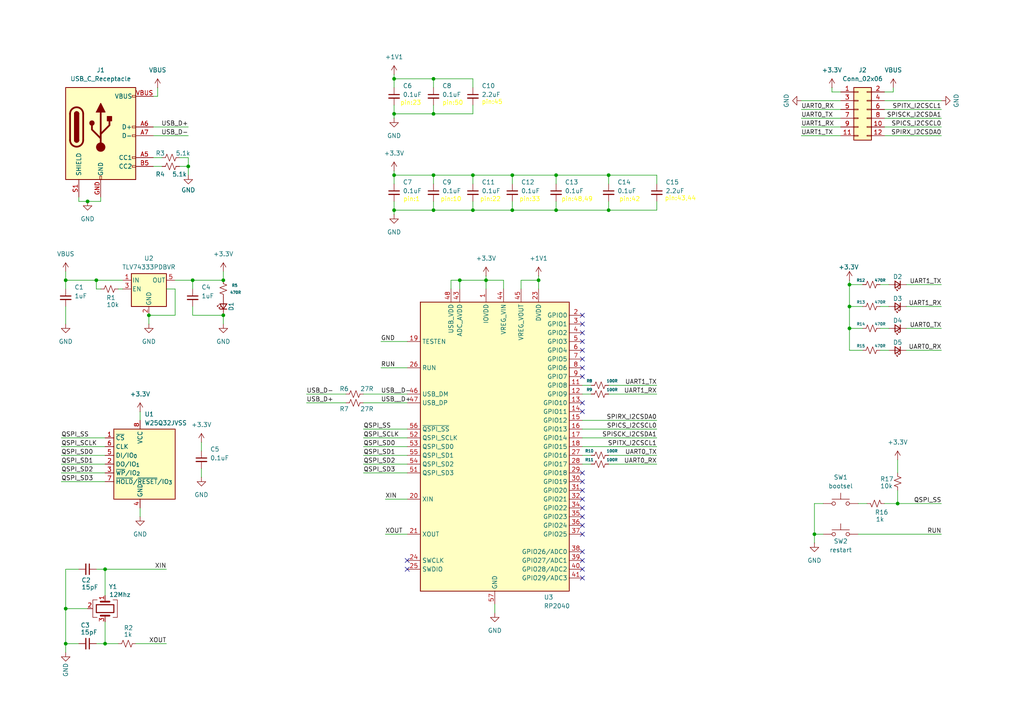
<source format=kicad_sch>
(kicad_sch (version 20250114) (generator "eeschema") (generator_version "9.0")
  (paper "A4")
  (text "pin:42" (at 182.626 57.912 0) (effects (font (size 1.27 1.27))))
  (text "pin:1" (at 119.38 57.912 0) (effects (font (size 1.27 1.27))))
  (text "pin:23" (at 119.126 29.972 0) (effects (font (size 1.27 1.27))))
  (text "pin:45" (at 142.748 29.718 0) (effects (font (size 1.27 1.27))))
  (text "pin:50" (at 131.318 29.972 0) (effects (font (size 1.27 1.27))))
  (text "pin:22" (at 142.24 57.912 0) (effects (font (size 1.27 1.27))))
  (text "pin:48,49" (at 167.386 57.912 0) (effects (font (size 1.27 1.27))))
  (text "pin:33" (at 153.67 57.912 0) (effects (font (size 1.27 1.27))))
  (text "pin:43,44" (at 197.358 57.658 0) (effects (font (size 1.27 1.27))))
  (text "pin:10" (at 130.81 57.912 0) (effects (font (size 1.27 1.27))))
  (junction (at 133.35 81.28))
  (junction (at 246.38 88.9))
  (junction (at 114.3 60.96))
  (junction (at 236.22 154.94))
  (junction (at 148.59 50.8))
  (junction (at 25.4 58.42))
  (junction (at 161.29 50.8))
  (junction (at 156.21 81.28))
  (junction (at 176.53 50.8))
  (junction (at 125.73 50.8))
  (junction (at 30.48 165.1))
  (junction (at 176.53 60.96))
  (junction (at 260.35 146.05))
  (junction (at 19.05 176.53))
  (junction (at 125.73 33.02))
  (junction (at 30.48 186.69))
  (junction (at 64.77 91.44))
  (junction (at 148.59 60.96))
  (junction (at 246.38 95.25))
  (junction (at 54.61 48.26))
  (junction (at 43.18 91.44))
  (junction (at 140.97 81.28))
  (junction (at 137.16 50.8))
  (junction (at 114.3 50.8))
  (junction (at 114.3 22.86))
  (junction (at 161.29 60.96))
  (junction (at 19.05 186.69))
  (junction (at 55.88 81.28))
  (junction (at 125.73 60.96))
  (junction (at 114.3 33.02))
  (junction (at 19.05 81.28))
  (junction (at 125.73 22.86))
  (junction (at 64.77 81.28))
  (junction (at 246.38 82.55))
  (junction (at 27.94 81.28))
  (junction (at 137.16 60.96))
  (no_connect (at 168.91 152.4))
  (no_connect (at 168.91 142.24))
  (no_connect (at 168.91 99.06))
  (no_connect (at 168.91 154.94))
  (no_connect (at 168.91 101.6))
  (no_connect (at 168.91 139.7))
  (no_connect (at 168.91 162.56))
  (no_connect (at 168.91 137.16))
  (no_connect (at 168.91 109.22))
  (no_connect (at 168.91 160.02))
  (no_connect (at 168.91 91.44))
  (no_connect (at 168.91 93.98))
  (no_connect (at 168.91 149.86))
  (no_connect (at 168.91 144.78))
  (no_connect (at 118.11 165.1))
  (no_connect (at 168.91 147.32))
  (no_connect (at 168.91 119.38))
  (no_connect (at 168.91 167.64))
  (no_connect (at 168.91 116.84))
  (no_connect (at 118.11 162.56))
  (no_connect (at 168.91 165.1))
  (no_connect (at 168.91 96.52))
  (no_connect (at 168.91 104.14))
  (no_connect (at 168.91 106.68))
  (wire (pts (xy 114.3 22.86) (xy 114.3 25.4)))
  (wire (pts (xy 125.73 50.8) (xy 125.73 53.34)))
  (wire (pts (xy 250.19 95.25) (xy 246.38 95.25)))
  (wire (pts (xy 114.3 30.48) (xy 114.3 33.02)))
  (wire (pts (xy 54.61 50.8) (xy 54.61 48.26)))
  (wire (pts (xy 168.91 124.46) (xy 190.5 124.46)))
  (wire (pts (xy 125.73 33.02) (xy 114.3 33.02)))
  (wire (pts (xy 64.77 91.44) (xy 64.77 93.98)))
  (wire (pts (xy 256.54 36.83) (xy 273.05 36.83)))
  (wire (pts (xy 125.73 22.86) (xy 125.73 25.4)))
  (wire (pts (xy 30.48 180.34) (xy 30.48 186.69)))
  (wire (pts (xy 251.46 146.05) (xy 248.92 146.05)))
  (wire (pts (xy 137.16 33.02) (xy 125.73 33.02)))
  (wire (pts (xy 19.05 186.69) (xy 19.05 176.53)))
  (wire (pts (xy 105.41 134.62) (xy 118.11 134.62)))
  (wire (pts (xy 148.59 50.8) (xy 161.29 50.8)))
  (wire (pts (xy 262.89 95.25) (xy 273.05 95.25)))
  (wire (pts (xy 19.05 88.9) (xy 19.05 93.98)))
  (wire (pts (xy 176.53 111.76) (xy 190.5 111.76)))
  (wire (pts (xy 114.3 21.59) (xy 114.3 22.86)))
  (wire (pts (xy 44.45 36.83) (xy 54.61 36.83)))
  (wire (pts (xy 176.53 58.42) (xy 176.53 60.96)))
  (wire (pts (xy 190.5 53.34) (xy 190.5 50.8)))
  (wire (pts (xy 255.27 101.6) (xy 257.81 101.6)))
  (wire (pts (xy 64.77 78.74) (xy 64.77 81.28)))
  (wire (pts (xy 176.53 134.62) (xy 190.5 134.62)))
  (wire (pts (xy 156.21 81.28) (xy 156.21 83.82)))
  (wire (pts (xy 19.05 81.28) (xy 19.05 78.74)))
  (wire (pts (xy 168.91 121.92) (xy 190.5 121.92)))
  (wire (pts (xy 232.41 29.21) (xy 243.84 29.21)))
  (wire (pts (xy 44.45 45.72) (xy 46.99 45.72)))
  (wire (pts (xy 168.91 111.76) (xy 171.45 111.76)))
  (wire (pts (xy 133.35 81.28) (xy 133.35 83.82)))
  (wire (pts (xy 140.97 81.28) (xy 140.97 83.82)))
  (wire (pts (xy 22.86 58.42) (xy 25.4 58.42)))
  (wire (pts (xy 168.91 114.3) (xy 171.45 114.3)))
  (wire (pts (xy 256.54 39.37) (xy 273.05 39.37)))
  (wire (pts (xy 17.78 127) (xy 30.48 127)))
  (wire (pts (xy 156.21 80.01) (xy 156.21 81.28)))
  (wire (pts (xy 161.29 50.8) (xy 176.53 50.8)))
  (wire (pts (xy 110.49 106.68) (xy 118.11 106.68)))
  (wire (pts (xy 34.29 83.82) (xy 35.56 83.82)))
  (wire (pts (xy 40.64 119.38) (xy 40.64 121.92)))
  (wire (pts (xy 130.81 83.82) (xy 130.81 81.28)))
  (wire (pts (xy 110.49 99.06) (xy 118.11 99.06)))
  (wire (pts (xy 259.08 26.67) (xy 259.08 25.4)))
  (wire (pts (xy 52.07 45.72) (xy 54.61 45.72)))
  (wire (pts (xy 114.3 58.42) (xy 114.3 60.96)))
  (wire (pts (xy 246.38 88.9) (xy 246.38 95.25)))
  (wire (pts (xy 255.27 88.9) (xy 257.81 88.9)))
  (wire (pts (xy 236.22 154.94) (xy 236.22 157.48)))
  (wire (pts (xy 19.05 81.28) (xy 27.94 81.28)))
  (wire (pts (xy 250.19 82.55) (xy 246.38 82.55)))
  (wire (pts (xy 19.05 176.53) (xy 19.05 165.1)))
  (wire (pts (xy 246.38 82.55) (xy 246.38 88.9)))
  (wire (pts (xy 17.78 129.54) (xy 30.48 129.54)))
  (wire (pts (xy 19.05 186.69) (xy 19.05 189.23)))
  (wire (pts (xy 255.27 82.55) (xy 257.81 82.55)))
  (wire (pts (xy 54.61 45.72) (xy 54.61 48.26)))
  (wire (pts (xy 176.53 50.8) (xy 190.5 50.8)))
  (wire (pts (xy 27.94 81.28) (xy 35.56 81.28)))
  (wire (pts (xy 45.72 27.94) (xy 45.72 25.4)))
  (wire (pts (xy 105.41 129.54) (xy 118.11 129.54)))
  (wire (pts (xy 273.05 146.05) (xy 260.35 146.05)))
  (wire (pts (xy 161.29 53.34) (xy 161.29 50.8)))
  (wire (pts (xy 148.59 58.42) (xy 148.59 60.96)))
  (wire (pts (xy 262.89 88.9) (xy 273.05 88.9)))
  (wire (pts (xy 125.73 60.96) (xy 114.3 60.96)))
  (wire (pts (xy 105.41 137.16) (xy 118.11 137.16)))
  (wire (pts (xy 137.16 22.86) (xy 125.73 22.86)))
  (wire (pts (xy 55.88 81.28) (xy 64.77 81.28)))
  (wire (pts (xy 58.42 135.89) (xy 58.42 138.43)))
  (wire (pts (xy 27.94 165.1) (xy 30.48 165.1)))
  (wire (pts (xy 133.35 81.28) (xy 140.97 81.28)))
  (wire (pts (xy 151.13 83.82) (xy 151.13 81.28)))
  (wire (pts (xy 176.53 114.3) (xy 190.5 114.3)))
  (wire (pts (xy 105.41 124.46) (xy 118.11 124.46)))
  (wire (pts (xy 148.59 50.8) (xy 148.59 53.34)))
  (wire (pts (xy 17.78 137.16) (xy 30.48 137.16)))
  (wire (pts (xy 146.05 81.28) (xy 140.97 81.28)))
  (wire (pts (xy 238.76 146.05) (xy 236.22 146.05)))
  (wire (pts (xy 19.05 81.28) (xy 19.05 83.82)))
  (wire (pts (xy 168.91 132.08) (xy 171.45 132.08)))
  (wire (pts (xy 39.37 186.69) (xy 48.26 186.69)))
  (wire (pts (xy 137.16 50.8) (xy 137.16 53.34)))
  (wire (pts (xy 55.88 88.9) (xy 55.88 91.44)))
  (wire (pts (xy 256.54 31.75) (xy 273.05 31.75)))
  (wire (pts (xy 44.45 27.94) (xy 45.72 27.94)))
  (wire (pts (xy 50.8 91.44) (xy 43.18 91.44)))
  (wire (pts (xy 232.41 36.83) (xy 243.84 36.83)))
  (wire (pts (xy 148.59 60.96) (xy 161.29 60.96)))
  (wire (pts (xy 17.78 132.08) (xy 30.48 132.08)))
  (wire (pts (xy 140.97 80.01) (xy 140.97 81.28)))
  (wire (pts (xy 262.89 101.6) (xy 273.05 101.6)))
  (wire (pts (xy 111.76 154.94) (xy 118.11 154.94)))
  (wire (pts (xy 146.05 83.82) (xy 146.05 81.28)))
  (wire (pts (xy 232.41 39.37) (xy 243.84 39.37)))
  (wire (pts (xy 176.53 60.96) (xy 190.5 60.96)))
  (wire (pts (xy 232.41 34.29) (xy 243.84 34.29)))
  (wire (pts (xy 114.3 34.29) (xy 114.3 33.02)))
  (wire (pts (xy 30.48 186.69) (xy 27.94 186.69)))
  (wire (pts (xy 246.38 88.9) (xy 250.19 88.9)))
  (wire (pts (xy 114.3 62.23) (xy 114.3 60.96)))
  (wire (pts (xy 114.3 50.8) (xy 114.3 53.34)))
  (wire (pts (xy 114.3 49.53) (xy 114.3 50.8)))
  (wire (pts (xy 55.88 81.28) (xy 55.88 83.82)))
  (wire (pts (xy 50.8 83.82) (xy 50.8 91.44)))
  (wire (pts (xy 137.16 60.96) (xy 125.73 60.96)))
  (wire (pts (xy 125.73 58.42) (xy 125.73 60.96)))
  (wire (pts (xy 246.38 95.25) (xy 246.38 101.6)))
  (wire (pts (xy 29.21 83.82) (xy 27.94 83.82)))
  (wire (pts (xy 22.86 186.69) (xy 19.05 186.69)))
  (wire (pts (xy 88.9 114.3) (xy 100.33 114.3)))
  (wire (pts (xy 125.73 22.86) (xy 114.3 22.86)))
  (wire (pts (xy 262.89 82.55) (xy 273.05 82.55)))
  (wire (pts (xy 246.38 81.28) (xy 246.38 82.55)))
  (wire (pts (xy 34.29 186.69) (xy 30.48 186.69)))
  (wire (pts (xy 241.3 26.67) (xy 241.3 25.4)))
  (wire (pts (xy 58.42 128.27) (xy 58.42 130.81)))
  (wire (pts (xy 19.05 176.53) (xy 25.4 176.53)))
  (wire (pts (xy 255.27 95.25) (xy 257.81 95.25)))
  (wire (pts (xy 260.35 133.35) (xy 260.35 137.16)))
  (wire (pts (xy 161.29 60.96) (xy 176.53 60.96)))
  (wire (pts (xy 48.26 165.1) (xy 30.48 165.1)))
  (wire (pts (xy 52.07 48.26) (xy 54.61 48.26)))
  (wire (pts (xy 22.86 57.15) (xy 22.86 58.42)))
  (wire (pts (xy 168.91 127) (xy 190.5 127)))
  (wire (pts (xy 25.4 58.42) (xy 29.21 58.42)))
  (wire (pts (xy 125.73 30.48) (xy 125.73 33.02)))
  (wire (pts (xy 176.53 132.08) (xy 190.5 132.08)))
  (wire (pts (xy 105.41 127) (xy 118.11 127)))
  (wire (pts (xy 256.54 26.67) (xy 259.08 26.67)))
  (wire (pts (xy 105.41 114.3) (xy 118.11 114.3)))
  (wire (pts (xy 19.05 165.1) (xy 22.86 165.1)))
  (wire (pts (xy 151.13 81.28) (xy 156.21 81.28)))
  (wire (pts (xy 148.59 60.96) (xy 137.16 60.96)))
  (wire (pts (xy 130.81 81.28) (xy 133.35 81.28)))
  (wire (pts (xy 125.73 50.8) (xy 114.3 50.8)))
  (wire (pts (xy 148.59 50.8) (xy 137.16 50.8)))
  (wire (pts (xy 17.78 139.7) (xy 30.48 139.7)))
  (wire (pts (xy 176.53 53.34) (xy 176.53 50.8)))
  (wire (pts (xy 50.8 81.28) (xy 55.88 81.28)))
  (wire (pts (xy 44.45 39.37) (xy 54.61 39.37)))
  (wire (pts (xy 137.16 50.8) (xy 125.73 50.8)))
  (wire (pts (xy 246.38 101.6) (xy 250.19 101.6)))
  (wire (pts (xy 260.35 142.24) (xy 260.35 146.05)))
  (wire (pts (xy 161.29 58.42) (xy 161.29 60.96)))
  (wire (pts (xy 137.16 25.4) (xy 137.16 22.86)))
  (wire (pts (xy 43.18 91.44) (xy 43.18 93.98)))
  (wire (pts (xy 40.64 147.32) (xy 40.64 149.86)))
  (wire (pts (xy 168.91 134.62) (xy 171.45 134.62)))
  (wire (pts (xy 137.16 58.42) (xy 137.16 60.96)))
  (wire (pts (xy 143.51 175.26) (xy 143.51 177.8)))
  (wire (pts (xy 232.41 31.75) (xy 243.84 31.75)))
  (wire (pts (xy 105.41 116.84) (xy 118.11 116.84)))
  (wire (pts (xy 243.84 26.67) (xy 241.3 26.67)))
  (wire (pts (xy 236.22 154.94) (xy 238.76 154.94)))
  (wire (pts (xy 30.48 165.1) (xy 30.48 172.72)))
  (wire (pts (xy 273.05 154.94) (xy 248.92 154.94)))
  (wire (pts (xy 137.16 30.48) (xy 137.16 33.02)))
  (wire (pts (xy 88.9 116.84) (xy 100.33 116.84)))
  (wire (pts (xy 27.94 83.82) (xy 27.94 81.28)))
  (wire (pts (xy 256.54 29.21) (xy 273.05 29.21)))
  (wire (pts (xy 168.91 129.54) (xy 190.5 129.54)))
  (wire (pts (xy 105.41 132.08) (xy 118.11 132.08)))
  (wire (pts (xy 55.88 91.44) (xy 64.77 91.44)))
  (wire (pts (xy 48.26 83.82) (xy 50.8 83.82)))
  (wire (pts (xy 17.78 134.62) (xy 30.48 134.62)))
  (wire (pts (xy 260.35 146.05) (xy 256.54 146.05)))
  (wire (pts (xy 111.76 144.78) (xy 118.11 144.78)))
  (wire (pts (xy 256.54 34.29) (xy 273.05 34.29)))
  (wire (pts (xy 29.21 57.15) (xy 29.21 58.42)))
  (wire (pts (xy 44.45 48.26) (xy 46.99 48.26)))
  (wire (pts (xy 236.22 146.05) (xy 236.22 154.94)))
  (wire (pts (xy 190.5 58.42) (xy 190.5 60.96)))
  (label "QSPI_SS" (at 17.78 127 0))
  (label "GND" (at 110.49 99.06 0))
  (label "SPIRX_I2CSDA0" (at 190.5 121.92 180))
  (label "QSPI_SD3" (at 105.41 137.16 0))
  (label "SPITX_I2CSCL1" (at 190.5 129.54 180))
  (label "USB_D-" (at 88.9 114.3 0))
  (label "RUN" (at 110.49 106.68 0))
  (label "UART0_RX" (at 232.41 31.75 0))
  (label "QSPI_SD2" (at 105.41 134.62 0))
  (label "UART1_RX" (at 190.5 114.3 180))
  (label "UART0_RX" (at 273.05 101.6 180))
  (label "QSPI_SCLK" (at 105.41 127 0))
  (label "QSPI_SD1" (at 17.78 134.62 0))
  (label "UART0_TX" (at 273.05 95.25 180))
  (label "UART1_RX" (at 273.05 88.9 180))
  (label "UART0_TX" (at 232.41 34.29 0))
  (label "USB__D+" (at 110.49 116.84 0))
  (label "USB_D+" (at 88.9 116.84 0))
  (label "UART1_TX" (at 232.41 39.37 0))
  (label "QSPI_SS" (at 273.05 146.05 180))
  (label "QSPI_SD1" (at 105.41 132.08 0))
  (label "QSPI_SD0" (at 17.78 132.08 0))
  (label "QSPI_SD0" (at 105.41 129.54 0))
  (label "XIN" (at 48.26 165.1 180))
  (label "UART0_TX" (at 190.5 132.08 180))
  (label "UART1_TX" (at 273.05 82.55 180))
  (label "SPISCK_I2CSDA1" (at 190.5 127 180))
  (label "XOUT" (at 48.26 186.69 180))
  (label "SPITX_I2CSCL1" (at 273.05 31.75 180))
  (label "QSPI_SCLK" (at 17.78 129.54 0))
  (label "QSPI_SS" (at 105.41 124.46 0))
  (label "SPISCK_I2CSDA1" (at 273.05 34.29 180))
  (label "SPICS_I2CSCL0" (at 273.05 36.83 180))
  (label "USB__D-" (at 110.49 114.3 0))
  (label "XIN" (at 111.76 144.78 0))
  (label "USB_D+" (at 54.61 36.83 180))
  (label "UART1_TX" (at 190.5 111.76 180))
  (label "UART0_RX" (at 190.5 134.62 180))
  (label "SPICS_I2CSCL0" (at 190.5 124.46 180))
  (label "QSPI_SD2" (at 17.78 137.16 0))
  (label "UART1_RX" (at 232.41 36.83 0))
  (label "RUN" (at 273.05 154.94 180))
  (label "USB_D-" (at 54.61 39.37 180))
  (label "QSPI_SD3" (at 17.78 139.7 0))
  (label "SPIRX_I2CSDA0" (at 273.05 39.37 180))
  (label "XOUT" (at 111.76 154.94 0))
  (symbol (lib_id "PCM_SparkFun-Resistor:5.1k_0603") (at 49.53 45.72 0) (unit 1)
    (property "Reference" "R3" (at 46.482 44.45 0))
    (property "Value" "5.1k" (at 53.086 44.45 0))
    (property "Footprint" "Resistor_SMD:R_0402_1005Metric_Pad0.72x0.64mm_HandSolder" (effects (hide yes)))
    (property "Datasheet" "https://www.vishay.com/docs/20035/dcrcwe3.pdf" (effects (hide yes)))
    (property "Description" "Resistor" (effects (hide yes)))
    (property "PROD_ID" "RES-12083" (effects (hide yes)))
  )
  (symbol (lib_name "0.1uF_0603_25V_20%_3") (lib_id "PCM_SparkFun-Capacitor:0.1uF_0603_25V_20%") (at 114.3 55.88 0) (unit 1)
    (property "Reference" "C7" (at 116.84 52.832 0) (effects (justify left)))
    (property "Value" "0.1uF" (at 116.84 55.372 0) (effects (justify left)))
    (property "Footprint" "Capacitor_SMD:C_0402_1005Metric_Pad0.74x0.62mm_HandSolder" (effects (hide yes)))
    (property "PROD_ID" "CAP-00810" (effects (hide yes)))
    (property "Voltage" "25V" (effects (hide yes)))
  )
  (symbol (lib_id "power:GND") (at 114.3 62.23 0) (unit 1)
    (property "Reference" "#PWR017" (effects (hide yes)))
    (property "Value" "GND" (at 114.3 67.31 0))
    (property "Description" "Power symbol creates a global label with name \"GND\" , ground" (effects (hide yes)))
  )
  (symbol (lib_id "Memory_Flash:W25Q32JVSS") (at 40.64 134.62 0) (unit 1)
    (property "Reference" "U1" (at 41.91 120.142 0) (effects (justify left)))
    (property "Value" "W25Q32JVSS" (at 41.91 122.682 0) (effects (justify left)))
    (property "Footprint" "Package_SO:SOIC-8_5.3x5.3mm_P1.27mm" (effects (hide yes)))
    (property "Datasheet" "http://www.winbond.com/resource-files/w25q32jv%20revg%2003272018%20plus.pdf" (effects (hide yes)))
    (property "Description" "32Mbit / 4MiB Serial Flash Memory, Standard/Dual/Quad SPI, 2.7-3.6V, SOIC-8 (208 mil)" (effects (hide yes)))
  )
  (symbol (lib_id "power:+3.3V") (at 241.3 25.4 0) (unit 1)
    (property "Reference" "#PWR022" (effects (hide yes)))
    (property "Value" "+3.3V" (at 241.3 20.32 0))
    (property "Description" "Power symbol creates a global label with name \"+3.3V\"" (effects (hide yes)))
  )
  (symbol (lib_name "0.1uF_0603_25V_20%_2") (lib_id "PCM_SparkFun-Capacitor:0.1uF_0603_25V_20%") (at 137.16 55.88 0) (unit 1)
    (property "Reference" "C11" (at 139.7 52.832 0) (effects (justify left)))
    (property "Value" "0.1uF" (at 139.7 55.372 0) (effects (justify left)))
    (property "Footprint" "Capacitor_SMD:C_0402_1005Metric_Pad0.74x0.62mm_HandSolder" (effects (hide yes)))
    (property "PROD_ID" "CAP-00810" (effects (hide yes)))
    (property "Voltage" "25V" (effects (hide yes)))
  )
  (symbol (lib_id "power:+3.3V") (at 140.97 80.01 0) (unit 1)
    (property "Reference" "#PWR018" (effects (hide yes)))
    (property "Value" "+3.3V" (at 140.97 74.93 0))
    (property "Description" "Power symbol creates a global label with name \"+3.3V\"" (effects (hide yes)))
  )
  (symbol (lib_id "power:GND") (at 64.77 93.98 0) (unit 1)
    (property "Reference" "#PWR013" (effects (hide yes)))
    (property "Value" "GND" (at 64.77 99.06 0))
    (property "Description" "Power symbol creates a global label with name \"GND\" , ground" (effects (hide yes)))
  )
  (symbol (lib_id "power:+1V1") (at 114.3 21.59 0) (unit 1)
    (property "Reference" "#PWR014" (effects (hide yes)))
    (property "Value" "+1V1" (at 114.3 16.51 0))
    (property "Description" "Power symbol creates a global label with name \"+1V1\"" (effects (hide yes)))
  )
  (symbol (lib_id "power:GND") (at 19.05 189.23 0) (unit 1)
    (property "Reference" "#PWR03" (effects (hide yes)))
    (property "Value" "GND" (at 19.05 194.31 90))
    (property "Description" "Power symbol creates a global label with name \"GND\" , ground" (effects (hide yes)))
  )
  (symbol (lib_name "0.1uF_0603_25V_20%_1") (lib_id "PCM_SparkFun-Capacitor:0.1uF_0603_25V_20%") (at 125.73 55.88 0) (unit 1)
    (property "Reference" "C9" (at 128.27 52.832 0) (effects (justify left)))
    (property "Value" "0.1uF" (at 128.27 55.372 0) (effects (justify left)))
    (property "Footprint" "Capacitor_SMD:C_0402_1005Metric_Pad0.74x0.62mm_HandSolder" (effects (hide yes)))
    (property "PROD_ID" "CAP-00810" (effects (hide yes)))
    (property "Voltage" "25V" (effects (hide yes)))
  )
  (symbol (lib_id "power:+3.3V") (at 58.42 128.27 0) (unit 1)
    (property "Reference" "#PWR010" (effects (hide yes)))
    (property "Value" "+3.3V" (at 58.42 123.19 0))
    (property "Description" "Power symbol creates a global label with name \"+3.3V\"" (effects (hide yes)))
  )
  (symbol (lib_id "PCM_SparkFun-Capacitor:0.1uF_0603_25V_20%") (at 25.4 165.1 270) (unit 1)
    (property "Reference" "C2" (at 23.622 168.275 90) (effects (justify left)))
    (property "Value" "15pF" (at 23.622 170.307 90) (effects (justify left)))
    (property "Footprint" "Capacitor_SMD:C_0402_1005Metric_Pad0.74x0.62mm_HandSolder" (effects (hide yes)))
    (property "PROD_ID" "CAP-00810" (effects (hide yes)))
  )
  (symbol (lib_id "PCM_SparkFun-Resistor:5.1k_0603") (at 252.73 101.6 0) (unit 1)
    (property "Reference" "R15" (at 249.682 100.33 0) (effects (font (size 0.8 0.8))))
    (property "Value" "470R" (at 255.27 100.33 0) (effects (font (size 0.8 0.8))))
    (property "Footprint" "Resistor_SMD:R_0402_1005Metric_Pad0.72x0.64mm_HandSolder" (effects (hide yes)))
    (property "Datasheet" "https://www.vishay.com/docs/20035/dcrcwe3.pdf" (effects (hide yes)))
    (property "Description" "Resistor" (effects (hide yes)))
    (property "PROD_ID" "RES-12083" (effects (hide yes)))
  )
  (symbol (lib_id "power:VBUS") (at 259.08 25.4 0) (unit 1)
    (property "Reference" "#PWR023" (effects (hide yes)))
    (property "Value" "VBUS" (at 259.08 20.32 0))
    (property "Description" "Power symbol creates a global label with name \"VBUS\"" (effects (hide yes)))
  )
  (symbol (lib_id "power:GND") (at 114.3 34.29 0) (unit 1)
    (property "Reference" "#PWR015" (effects (hide yes)))
    (property "Value" "GND" (at 114.3 39.37 0))
    (property "Description" "Power symbol creates a global label with name \"GND\" , ground" (effects (hide yes)))
  )
  (symbol (lib_id "PCM_SparkFun-Resistor:5.1k_0603") (at 102.87 114.3 0) (unit 1)
    (property "Reference" "R6" (at 99.822 112.776 0))
    (property "Value" "27R" (at 106.426 112.776 0))
    (property "Footprint" "Resistor_SMD:R_0402_1005Metric_Pad0.72x0.64mm_HandSolder" (effects (hide yes)))
    (property "Datasheet" "https://www.vishay.com/docs/20035/dcrcwe3.pdf" (effects (hide yes)))
    (property "Description" "Resistor" (effects (hide yes)))
    (property "PROD_ID" "RES-12083" (effects (hide yes)))
  )
  (symbol (lib_id "PCM_SparkFun-Resistor:5.1k_0603") (at 252.73 95.25 0) (unit 1)
    (property "Reference" "R14" (at 249.682 93.98 0) (effects (font (size 0.8 0.8))))
    (property "Value" "470R" (at 255.27 93.98 0) (effects (font (size 0.8 0.8))))
    (property "Footprint" "Resistor_SMD:R_0402_1005Metric_Pad0.72x0.64mm_HandSolder" (effects (hide yes)))
    (property "Datasheet" "https://www.vishay.com/docs/20035/dcrcwe3.pdf" (effects (hide yes)))
    (property "Description" "Resistor" (effects (hide yes)))
    (property "PROD_ID" "RES-12083" (effects (hide yes)))
  )
  (symbol (lib_id "power:GND") (at 58.42 138.43 0) (unit 1)
    (property "Reference" "#PWR011" (effects (hide yes)))
    (property "Value" "GND" (at 58.42 143.51 0))
    (property "Description" "Power symbol creates a global label with name \"GND\" , ground" (effects (hide yes)))
  )
  (symbol (lib_id "PCM_SparkFun-Resistor:10k_0603") (at 31.75 83.82 180) (unit 1)
    (property "Reference" "R1" (at 33.528 86.36 0) (effects (justify left)))
    (property "Value" "10k" (at 34.544 88.392 0) (effects (justify left)))
    (property "Footprint" "Resistor_SMD:R_0402_1005Metric_Pad0.72x0.64mm_HandSolder" (effects (hide yes)))
    (property "Datasheet" "https://www.vishay.com/docs/20035/dcrcwe3.pdf" (effects (hide yes)))
    (property "Description" "Resistor" (effects (hide yes)))
    (property "PROD_ID" "RES-00824" (effects (hide yes)))
  )
  (symbol (lib_name "0.1uF_0603_25V_20%_6") (lib_id "PCM_SparkFun-Capacitor:0.1uF_0603_25V_20%") (at 148.59 55.88 0) (unit 1)
    (property "Reference" "C12" (at 151.13 52.832 0) (effects (justify left)))
    (property "Value" "0.1uF" (at 151.13 55.372 0) (effects (justify left)))
    (property "Footprint" "Capacitor_SMD:C_0402_1005Metric_Pad0.74x0.62mm_HandSolder" (effects (hide yes)))
    (property "PROD_ID" "CAP-00810" (effects (hide yes)))
    (property "Voltage" "25V" (effects (hide yes)))
  )
  (symbol (lib_id "power:+1V1") (at 156.21 80.01 0) (unit 1)
    (property "Reference" "#PWR020" (effects (hide yes)))
    (property "Value" "+1V1" (at 156.21 74.93 0))
    (property "Description" "Power symbol creates a global label with name \"+1V1\"" (effects (hide yes)))
  )
  (symbol (lib_id "PCM_SparkFun-Resistor:5.1k_0603") (at 173.99 111.76 0) (unit 1)
    (property "Reference" "R8" (at 170.942 110.49 0) (effects (font (size 0.8 0.8))))
    (property "Value" "100R" (at 177.546 110.49 0) (effects (font (size 0.8 0.8))))
    (property "Footprint" "Resistor_SMD:R_0402_1005Metric_Pad0.72x0.64mm_HandSolder" (effects (hide yes)))
    (property "Datasheet" "https://www.vishay.com/docs/20035/dcrcwe3.pdf" (effects (hide yes)))
    (property "Description" "Resistor" (effects (hide yes)))
    (property "PROD_ID" "RES-12083" (effects (hide yes)))
  )
  (symbol (lib_id "PCM_SparkFun-Resistor:5.1k_0603") (at 64.77 83.82 270) (unit 1)
    (property "Reference" "R5" (at 68.072 82.804 90) (effects (font (size 0.8 0.8))))
    (property "Value" "470R" (at 68.326 84.836 90) (effects (font (size 0.8 0.8))))
    (property "Footprint" "Resistor_SMD:R_0402_1005Metric_Pad0.72x0.64mm_HandSolder" (effects (hide yes)))
    (property "Datasheet" "https://www.vishay.com/docs/20035/dcrcwe3.pdf" (effects (hide yes)))
    (property "Description" "Resistor" (effects (hide yes)))
    (property "PROD_ID" "RES-12083" (effects (hide yes)))
  )
  (symbol (lib_id "PCM_SparkFun-Resistor:5.1k_0603") (at 173.99 114.3 0) (unit 1)
    (property "Reference" "R9" (at 170.942 113.03 0) (effects (font (size 0.8 0.8))))
    (property "Value" "100R" (at 177.546 113.03 0) (effects (font (size 0.8 0.8))))
    (property "Footprint" "Resistor_SMD:R_0402_1005Metric_Pad0.72x0.64mm_HandSolder" (effects (hide yes)))
    (property "Datasheet" "https://www.vishay.com/docs/20035/dcrcwe3.pdf" (effects (hide yes)))
    (property "Description" "Resistor" (effects (hide yes)))
    (property "PROD_ID" "RES-12083" (effects (hide yes)))
  )
  (symbol (lib_id "PCM_SparkFun-Capacitor:0.1uF_0603_25V_20%") (at 55.88 86.36 0) (unit 1)
    (property "Reference" "C4" (at 58.42 83.312 0) (effects (justify left)))
    (property "Value" "1uF" (at 58.42 85.852 0) (effects (justify left)))
    (property "Footprint" "Capacitor_SMD:C_0402_1005Metric_Pad0.74x0.62mm_HandSolder" (effects (hide yes)))
    (property "PROD_ID" "CAP-00810" (effects (hide yes)))
    (property "Voltage" "25V" (effects (hide yes)))
  )
  (symbol (lib_id "PCM_SparkFun-LED:LED") (at 64.77 88.9 90) (unit 1)
    (property "Reference" "D1" (at 67.056 88.9 0))
    (property "Value" "PWR" (effects (hide yes)))
    (property "Footprint" "LED_SMD:LED_0402_1005Metric_Pad0.77x0.64mm_HandSolder" (effects (hide yes)))
    (property "Description" "Light emitting diode" (effects (hide yes)))
    (property "PROD_ID" "LED-" (effects (hide yes)))
  )
  (symbol (lib_id "PCM_SparkFun-LED:LED") (at 260.35 82.55 180) (unit 1)
    (property "Reference" "D2" (at 260.35 80.264 0))
    (property "Value" "TX2" (effects (hide yes)))
    (property "Footprint" "LED_SMD:LED_0402_1005Metric_Pad0.77x0.64mm_HandSolder" (effects (hide yes)))
    (property "Description" "Light emitting diode" (effects (hide yes)))
    (property "PROD_ID" "LED-" (effects (hide yes)))
  )
  (symbol (lib_id "power:+3.3V") (at 114.3 49.53 0) (unit 1)
    (property "Reference" "#PWR016" (effects (hide yes)))
    (property "Value" "+3.3V" (at 114.3 44.45 0))
    (property "Description" "Power symbol creates a global label with name \"+3.3V\"" (effects (hide yes)))
  )
  (symbol (lib_id "Regulator_Linear:TLV70033_SOT23-5") (at 43.18 83.82 0) (unit 1)
    (property "Reference" "U2" (at 43.18 74.93 0))
    (property "Value" "TLV74333PDBVR" (at 43.18 77.47 0))
    (property "Footprint" "Package_TO_SOT_SMD:SOT-23-5" (effects (hide yes)))
    (property "Datasheet" "http://www.ti.com/lit/ds/symlink/tlv700.pdf" (effects (hide yes)))
    (property "Description" "200mA Low Dropout Voltage Regulator, Fixed Output 3.3V, SOT-23-5" (effects (hide yes)))
  )
  (symbol (lib_id "power:GND") (at 19.05 93.98 0) (unit 1)
    (property "Reference" "#PWR02" (effects (hide yes)))
    (property "Value" "GND" (at 19.05 99.06 0))
    (property "Description" "Power symbol creates a global label with name \"GND\" , ground" (effects (hide yes)))
  )
  (symbol (lib_id "power:GND") (at 40.64 149.86 0) (unit 1)
    (property "Reference" "#PWR06" (effects (hide yes)))
    (property "Value" "GND" (at 40.64 154.94 0))
    (property "Description" "Power symbol creates a global label with name \"GND\" , ground" (effects (hide yes)))
  )
  (symbol (lib_id "PCM_SparkFun-Capacitor:0.1uF_0603_25V_20%") (at 114.3 27.94 0) (unit 1)
    (property "Reference" "C6" (at 116.84 24.892 0) (effects (justify left)))
    (property "Value" "0.1uF" (at 116.84 27.432 0) (effects (justify left)))
    (property "Footprint" "Capacitor_SMD:C_0402_1005Metric_Pad0.74x0.62mm_HandSolder" (effects (hide yes)))
    (property "PROD_ID" "CAP-00810" (effects (hide yes)))
    (property "Voltage" "25V" (effects (hide yes)))
  )
  (symbol (lib_id "PCM_SparkFun-Connector:USB_C_Receptacle") (at 29.21 36.83 0) (unit 1)
    (property "Reference" "J1" (at 29.21 20.32 0))
    (property "Value" "USB_C_Receptacle" (at 29.21 22.86 0))
    (property "Footprint" "RB_LIBRARY:USB-C_16" (effects (hide yes)))
    (property "Datasheet" "https://www.usb.org/sites/default/files/documents/usb_type-c.zip" (effects (hide yes)))
    (property "Description" "USB 2.0-only Type-C Receptacle connector" (effects (hide yes)))
    (property "PROD_ID" "CONN-14122" (effects (hide yes)))
  )
  (symbol (lib_id "power:GND") (at 236.22 157.48 0) (mirror y) (unit 1)
    (property "Reference" "#PWR024" (effects (hide yes)))
    (property "Value" "GND" (at 236.22 162.56 0))
    (property "Description" "Power symbol creates a global label with name \"GND\" , ground" (effects (hide yes)))
  )
  (symbol (lib_id "MCU_RaspberryPi:RP2040") (at 143.51 129.54 0) (unit 1)
    (property "Reference" "U3" (at 157.734 173.228 0) (effects (justify left)))
    (property "Value" "RP2040" (at 157.734 175.768 0) (effects (justify left)))
    (property "Footprint" "Package_DFN_QFN:QFN-56-1EP_7x7mm_P0.4mm_EP3.2x3.2mm" (effects (hide yes)))
    (property "Datasheet" "https://datasheets.raspberrypi.com/rp2040/rp2040-datasheet.pdf" (effects (hide yes)))
    (property "Description" "A microcontroller by Raspberry Pi, Dual ARM Cortex-M0+, 133MHz, no flash, 264KB SRAM, 8 PIO state machines, VQFN-56" (effects (hide yes)))
    (property private "KLC_S4.2_DVDD" "Not a standalone power converter; internal on-chip voltage regulator for digital core supply; DVDD is the digital core power supply, should be placed next to voltage regulator output." (effects (hide yes)))
    (property private "KLC_S4.2_VREG_VOUT" "Should be placed next to DVDD." (effects (hide yes)))
  )
  (symbol (lib_id "PCM_SparkFun-Capacitor:0.1uF_0603_25V_20%") (at 190.5 55.88 0) (unit 1)
    (property "Reference" "C15" (at 193.04 52.832 0) (effects (justify left)))
    (property "Value" "2.2uF" (at 193.04 55.372 0) (effects (justify left)))
    (property "Footprint" "Capacitor_SMD:C_0402_1005Metric_Pad0.74x0.62mm_HandSolder" (effects (hide yes)))
    (property "PROD_ID" "CAP-00810" (effects (hide yes)))
    (property "Voltage" "25V" (effects (hide yes)))
  )
  (symbol (lib_id "PCM_SparkFun-Resistor:5.1k_0603") (at 173.99 132.08 0) (unit 1)
    (property "Reference" "R10" (at 170.942 130.81 0) (effects (font (size 0.8 0.8))))
    (property "Value" "100R" (at 177.546 130.81 0) (effects (font (size 0.8 0.8))))
    (property "Footprint" "Resistor_SMD:R_0402_1005Metric_Pad0.72x0.64mm_HandSolder" (effects (hide yes)))
    (property "Datasheet" "https://www.vishay.com/docs/20035/dcrcwe3.pdf" (effects (hide yes)))
    (property "Description" "Resistor" (effects (hide yes)))
    (property "PROD_ID" "RES-12083" (effects (hide yes)))
  )
  (symbol (lib_id "power:+3.3V") (at 64.77 78.74 0) (unit 1)
    (property "Reference" "#PWR012" (effects (hide yes)))
    (property "Value" "+3.3V" (at 64.77 73.66 0))
    (property "Description" "Power symbol creates a global label with name \"+3.3V\"" (effects (hide yes)))
  )
  (symbol (lib_id "PCM_SparkFun-Capacitor:0.1uF_0603_25V_20%") (at 25.4 186.69 270) (unit 1)
    (property "Reference" "C3" (at 23.368 181.356 90) (effects (justify left)))
    (property "Value" "15pF" (at 23.368 183.388 90) (effects (justify left)))
    (property "Footprint" "Capacitor_SMD:C_0402_1005Metric_Pad0.74x0.62mm_HandSolder" (effects (hide yes)))
    (property "PROD_ID" "CAP-00810" (effects (hide yes)))
  )
  (symbol (lib_id "PCM_SparkFun-Capacitor:0.1uF_0603_25V_20%") (at 137.16 27.94 0) (unit 1)
    (property "Reference" "C10" (at 139.7 24.892 0) (effects (justify left)))
    (property "Value" "2.2uF" (at 139.7 27.432 0) (effects (justify left)))
    (property "Footprint" "Capacitor_SMD:C_0402_1005Metric_Pad0.74x0.62mm_HandSolder" (effects (hide yes)))
    (property "PROD_ID" "CAP-00810" (effects (hide yes)))
    (property "Voltage" "25V" (effects (hide yes)))
  )
  (symbol (lib_name "0.1uF_0603_25V_20%_5") (lib_id "PCM_SparkFun-Capacitor:0.1uF_0603_25V_20%") (at 176.53 55.88 0) (unit 1)
    (property "Reference" "C14" (at 179.07 52.832 0) (effects (justify left)))
    (property "Value" "0.1uF" (at 179.07 55.372 0) (effects (justify left)))
    (property "Footprint" "Capacitor_SMD:C_0402_1005Metric_Pad0.74x0.62mm_HandSolder" (effects (hide yes)))
    (property "PROD_ID" "CAP-00810" (effects (hide yes)))
    (property "Voltage" "25V" (effects (hide yes)))
  )
  (symbol (lib_id "PCM_SparkFun-Resistor:1k_0603") (at 36.83 186.69 0) (unit 1)
    (property "Reference" "R2" (at 38.608 182.118 0) (effects (justify right)))
    (property "Value" "1k" (at 38.3539 184.023 0) (effects (justify right)))
    (property "Footprint" "Resistor_SMD:R_0402_1005Metric_Pad0.72x0.64mm_HandSolder" (effects (hide yes)))
    (property "Datasheet" "https://www.vishay.com/docs/20035/dcrcwe3.pdf" (effects (hide yes)))
    (property "Description" "Resistor" (effects (hide yes)))
    (property "PROD_ID" "RES-07856" (effects (hide yes)))
  )
  (symbol (lib_id "power:GND") (at 232.41 29.21 270) (unit 1)
    (property "Reference" "#PWR021" (effects (hide yes)))
    (property "Value" "GND" (at 228.092 29.21 0))
    (property "Description" "Power symbol creates a global label with name \"GND\" , ground" (effects (hide yes)))
  )
  (symbol (lib_id "PCM_SparkFun-Resistor:5.1k_0603") (at 173.99 134.62 0) (unit 1)
    (property "Reference" "R11" (at 170.942 133.35 0) (effects (font (size 0.8 0.8))))
    (property "Value" "100R" (at 177.546 133.35 0) (effects (font (size 0.8 0.8))))
    (property "Footprint" "Resistor_SMD:R_0402_1005Metric_Pad0.72x0.64mm_HandSolder" (effects (hide yes)))
    (property "Datasheet" "https://www.vishay.com/docs/20035/dcrcwe3.pdf" (effects (hide yes)))
    (property "Description" "Resistor" (effects (hide yes)))
    (property "PROD_ID" "RES-12083" (effects (hide yes)))
  )
  (symbol (lib_id "power:+3.3V") (at 260.35 133.35 0) (unit 1)
    (property "Reference" "#PWR027" (effects (hide yes)))
    (property "Value" "+3.3V" (at 260.35 128.27 0))
    (property "Description" "Power symbol creates a global label with name \"+3.3V\"" (effects (hide yes)))
  )
  (symbol (lib_id "power:+3.3V") (at 246.38 81.28 0) (unit 1)
    (property "Reference" "#PWR026" (effects (hide yes)))
    (property "Value" "+3.3V" (at 246.126 77.47 0))
    (property "Description" "Power symbol creates a global label with name \"+3.3V\"" (effects (hide yes)))
  )
  (symbol (lib_id "PCM_SparkFun-LED:LED") (at 260.35 88.9 180) (unit 1)
    (property "Reference" "D3" (at 260.35 86.614 0))
    (property "Value" "RX2" (effects (hide yes)))
    (property "Footprint" "LED_SMD:LED_0402_1005Metric_Pad0.77x0.64mm_HandSolder" (effects (hide yes)))
    (property "Description" "Light emitting diode" (effects (hide yes)))
    (property "PROD_ID" "LED-" (effects (hide yes)))
  )
  (symbol (lib_name "0.1uF_0603_25V_20%_5") (lib_id "PCM_SparkFun-Capacitor:0.1uF_0603_25V_20%") (at 161.29 55.88 0) (unit 1)
    (property "Reference" "C13" (at 163.83 52.832 0) (effects (justify left)))
    (property "Value" "0.1uF" (at 163.83 55.372 0) (effects (justify left)))
    (property "Footprint" "Capacitor_SMD:C_0402_1005Metric_Pad0.74x0.62mm_HandSolder" (effects (hide yes)))
    (property "PROD_ID" "CAP-00810" (effects (hide yes)))
    (property "Voltage" "25V" (effects (hide yes)))
  )
  (symbol (lib_id "power:+3.3V") (at 40.64 119.38 0) (unit 1)
    (property "Reference" "#PWR05" (effects (hide yes)))
    (property "Value" "+3.3V" (at 40.64 114.3 0))
    (property "Description" "Power symbol creates a global label with name \"+3.3V\"" (effects (hide yes)))
  )
  (symbol (lib_id "PCM_SparkFun-Resistor:5.1k_0603") (at 252.73 88.9 0) (unit 1)
    (property "Reference" "R13" (at 249.682 87.63 0) (effects (font (size 0.8 0.8))))
    (property "Value" "470R" (at 255.27 87.63 0) (effects (font (size 0.8 0.8))))
    (property "Footprint" "Resistor_SMD:R_0402_1005Metric_Pad0.72x0.64mm_HandSolder" (effects (hide yes)))
    (property "Datasheet" "https://www.vishay.com/docs/20035/dcrcwe3.pdf" (effects (hide yes)))
    (property "Description" "Resistor" (effects (hide yes)))
    (property "PROD_ID" "RES-12083" (effects (hide yes)))
  )
  (symbol (lib_id "PCM_SparkFun-Resistor:10k_0603") (at 254 146.05 0) (mirror x) (unit 1)
    (property "Reference" "R16" (at 253.746 148.59 0) (effects (justify left)))
    (property "Value" "1k" (at 254 150.622 0) (effects (justify left)))
    (property "Footprint" "Resistor_SMD:R_0402_1005Metric_Pad0.72x0.64mm_HandSolder" (effects (hide yes)))
    (property "Datasheet" "https://www.vishay.com/docs/20035/dcrcwe3.pdf" (effects (hide yes)))
    (property "Description" "Resistor" (effects (hide yes)))
    (property "PROD_ID" "RES-00824" (effects (hide yes)))
  )
  (symbol (lib_id "Device:Crystal_GND24") (at 30.48 176.53 270) (unit 1)
    (property "Reference" "Y1" (at 32.766 170.18 90))
    (property "Value" "12Mhz" (at 34.798 172.466 90))
    (property "Footprint" "RB_LIBRARY:Crystal_SMD_4Pin" (effects (hide yes)))
    (property "Description" "Four pin crystal, GND on pins 2 and 4" (effects (hide yes)))
    (property private "KLC_S3.3" "The rectangle is not a symbol body but a graphical element" (effects (hide yes)))
    (property private "KLC_S4.1" "Some pins are on 50mil grid to make the symbol small" (effects (hide yes)))
  )
  (symbol (lib_id "PCM_SparkFun-Resistor:10k_0603") (at 260.35 139.7 270) (unit 1)
    (property "Reference" "R17" (at 255.27 138.938 90) (effects (justify left)))
    (property "Value" "10k" (at 255.27 140.97 90) (effects (justify left)))
    (property "Footprint" "Resistor_SMD:R_0402_1005Metric_Pad0.72x0.64mm_HandSolder" (effects (hide yes)))
    (property "Datasheet" "https://www.vishay.com/docs/20035/dcrcwe3.pdf" (effects (hide yes)))
    (property "Description" "Resistor" (effects (hide yes)))
    (property "PROD_ID" "RES-00824" (effects (hide yes)))
  )
  (symbol (lib_id "PCM_SparkFun-Capacitor:0.1uF_0603_25V_20%") (at 125.73 27.94 0) (unit 1)
    (property "Reference" "C8" (at 128.27 24.892 0) (effects (justify left)))
    (property "Value" "0.1uF" (at 128.27 27.432 0) (effects (justify left)))
    (property "Footprint" "Capacitor_SMD:C_0402_1005Metric_Pad0.74x0.62mm_HandSolder" (effects (hide yes)))
    (property "PROD_ID" "CAP-00810" (effects (hide yes)))
    (property "Voltage" "25V" (effects (hide yes)))
  )
  (symbol (lib_id "power:VBUS") (at 45.72 25.4 0) (unit 1)
    (property "Reference" "#PWR08" (effects (hide yes)))
    (property "Value" "VBUS" (at 45.72 20.32 0))
    (property "Description" "Power symbol creates a global label with name \"VBUS\"" (effects (hide yes)))
  )
  (symbol (lib_id "power:VBUS") (at 19.05 78.74 0) (mirror y) (unit 1)
    (property "Reference" "#PWR01" (effects (hide yes)))
    (property "Value" "VBUS" (at 19.05 73.66 0))
    (property "Description" "Power symbol creates a global label with name \"VBUS\"" (effects (hide yes)))
  )
  (symbol (lib_id "PCM_SparkFun-LED:LED") (at 260.35 101.6 180) (unit 1)
    (property "Reference" "D5" (at 260.35 99.314 0))
    (property "Value" "RX1" (effects (hide yes)))
    (property "Footprint" "LED_SMD:LED_0402_1005Metric_Pad0.77x0.64mm_HandSolder" (effects (hide yes)))
    (property "Description" "Light emitting diode" (effects (hide yes)))
    (property "PROD_ID" "LED-" (effects (hide yes)))
  )
  (symbol (lib_id "power:GND") (at 143.51 177.8 0) (unit 1)
    (property "Reference" "#PWR019" (effects (hide yes)))
    (property "Value" "GND" (at 143.51 182.88 0))
    (property "Description" "Power symbol creates a global label with name \"GND\" , ground" (effects (hide yes)))
  )
  (symbol (lib_id "power:GND") (at 273.05 29.21 90) (unit 1)
    (property "Reference" "#PWR025" (effects (hide yes)))
    (property "Value" "GND" (at 277.368 29.21 0))
    (property "Description" "Power symbol creates a global label with name \"GND\" , ground" (effects (hide yes)))
  )
  (symbol (lib_id "PCM_SparkFun-Resistor:5.1k_0603") (at 49.53 48.26 0) (unit 1)
    (property "Reference" "R4" (at 46.482 50.546 0))
    (property "Value" "5.1k" (at 52.07 50.546 0))
    (property "Footprint" "Resistor_SMD:R_0402_1005Metric_Pad0.72x0.64mm_HandSolder" (effects (hide yes)))
    (property "Datasheet" "https://www.vishay.com/docs/20035/dcrcwe3.pdf" (effects (hide yes)))
    (property "Description" "Resistor" (effects (hide yes)))
    (property "PROD_ID" "RES-12083" (effects (hide yes)))
  )
  (symbol (lib_id "Connector_Generic:Conn_02x06_Odd_Even") (at 248.92 31.75 0) (unit 1)
    (property "Reference" "J2" (at 250.19 20.32 0))
    (property "Value" "Conn_02x06" (at 250.19 22.86 0))
    (property "Footprint" "RB_LIBRARY:PinHeader_2x06_SMD_P2.54mm_Horizontal" (effects (hide yes)))
    (property "Description" "Generic connector, double row, 02x06, odd/even pin numbering scheme (row 1 odd numbers, row 2 even numbers), script generated (kicad-library-utils/schlib/autogen/connector/)" (effects (hide yes)))
  )
  (symbol (lib_id "power:GND") (at 54.61 50.8 0) (unit 1)
    (property "Reference" "#PWR09" (effects (hide yes)))
    (property "Value" "GND" (at 54.61 55.118 0))
    (property "Description" "Power symbol creates a global label with name \"GND\" , ground" (effects (hide yes)))
  )
  (symbol (lib_id "PCM_SparkFun-Resistor:5.1k_0603") (at 252.73 82.55 0) (unit 1)
    (property "Reference" "R12" (at 249.682 81.28 0) (effects (font (size 0.8 0.8))))
    (property "Value" "470R" (at 255.27 81.28 0) (effects (font (size 0.8 0.8))))
    (property "Footprint" "Resistor_SMD:R_0402_1005Metric_Pad0.72x0.64mm_HandSolder" (effects (hide yes)))
    (property "Datasheet" "https://www.vishay.com/docs/20035/dcrcwe3.pdf" (effects (hide yes)))
    (property "Description" "Resistor" (effects (hide yes)))
    (property "PROD_ID" "RES-12083" (effects (hide yes)))
  )
  (symbol (lib_id "power:GND") (at 25.4 58.42 0) (unit 1)
    (property "Reference" "#PWR04" (effects (hide yes)))
    (property "Value" "GND" (at 25.4 63.5 0))
    (property "Description" "Power symbol creates a global label with name \"GND\" , ground" (effects (hide yes)))
  )
  (symbol (lib_id "Switch:SW_Push") (at 243.84 154.94 0) (unit 1)
    (property "Reference" "SW2" (at 243.84 156.972 0))
    (property "Value" "restart" (at 243.84 159.512 0))
    (property "Footprint" "Button_Switch_SMD:SW_SPST_CK_RS282G05A3" (effects (hide yes)))
    (property "Description" "Push button switch, generic, two pins" (effects (hide yes)))
  )
  (symbol (lib_id "PCM_SparkFun-Capacitor:0.1uF_0603_25V_20%") (at 58.42 133.35 0) (unit 1)
    (property "Reference" "C5" (at 60.96 130.302 0) (effects (justify left)))
    (property "Value" "0.1uF" (at 60.96 132.842 0) (effects (justify left)))
    (property "Footprint" "Capacitor_SMD:C_0402_1005Metric_Pad0.74x0.62mm_HandSolder" (effects (hide yes)))
    (property "PROD_ID" "CAP-00810" (effects (hide yes)))
    (property "Voltage" "25V" (effects (hide yes)))
  )
  (symbol (lib_id "PCM_SparkFun-LED:LED") (at 260.35 95.25 180) (unit 1)
    (property "Reference" "D4" (at 260.35 92.964 0))
    (property "Value" "TX1" (effects (hide yes)))
    (property "Footprint" "LED_SMD:LED_0402_1005Metric_Pad0.77x0.64mm_HandSolder" (effects (hide yes)))
    (property "Description" "Light emitting diode" (effects (hide yes)))
    (property "PROD_ID" "LED-" (effects (hide yes)))
  )
  (symbol (lib_id "power:GND") (at 43.18 93.98 0) (unit 1)
    (property "Reference" "#PWR07" (effects (hide yes)))
    (property "Value" "GND" (at 43.18 99.06 0))
    (property "Description" "Power symbol creates a global label with name \"GND\" , ground" (effects (hide yes)))
  )
  (symbol (lib_id "PCM_SparkFun-Resistor:5.1k_0603") (at 102.87 116.84 0) (unit 1)
    (property "Reference" "R7" (at 99.822 118.618 0))
    (property "Value" "27R" (at 106.426 118.618 0))
    (property "Footprint" "Resistor_SMD:R_0402_1005Metric_Pad0.72x0.64mm_HandSolder" (effects (hide yes)))
    (property "Datasheet" "https://www.vishay.com/docs/20035/dcrcwe3.pdf" (effects (hide yes)))
    (property "Description" "Resistor" (effects (hide yes)))
    (property "PROD_ID" "RES-12083" (effects (hide yes)))
  )
  (symbol (lib_id "Switch:SW_Push") (at 243.84 146.05 0) (unit 1)
    (property "Reference" "SW1" (at 243.84 138.43 0))
    (property "Value" "bootsel" (at 243.84 140.97 0))
    (property "Footprint" "Button_Switch_SMD:SW_SPST_CK_RS282G05A3" (effects (hide yes)))
    (property "Description" "Push button switch, generic, two pins" (effects (hide yes)))
  )
  (symbol (lib_id "PCM_SparkFun-Capacitor:0.1uF_0603_25V_20%") (at 19.05 86.36 0) (unit 1)
    (property "Reference" "C1" (at 21.59 83.312 0) (effects (justify left)))
    (property "Value" "1uF" (at 21.59 85.852 0) (effects (justify left)))
    (property "Footprint" "Capacitor_SMD:C_0402_1005Metric_Pad0.74x0.62mm_HandSolder" (effects (hide yes)))
    (property "PROD_ID" "CAP-00810" (effects (hide yes)))
    (property "Voltage" "25V" (effects (hide yes)))
  )
)
</source>
